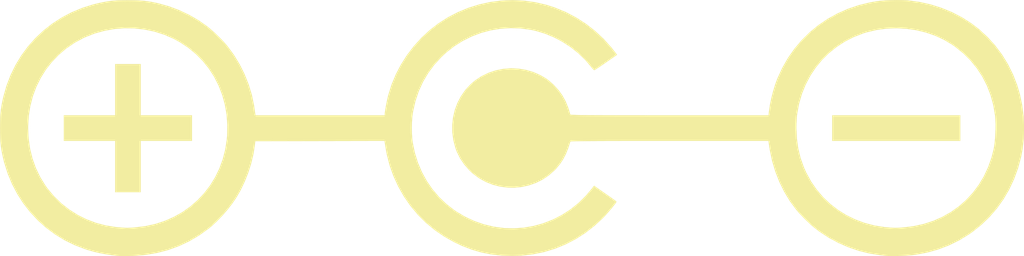
<source format=kicad_pcb>
(kicad_pcb (version 20240108) (generator pcbnew)
  (layers (0 "F.Cu" signal) (31 "B.Cu" signal) (34 "B.Paste" user) (35 "F.Paste" user) (36 "B.SilkS" user "B.Silkscreen") (37 "F.SilkS" user "F.Silkscreen") (38 "B.Mask" user) (39 "F.Mask" user) (44 "Edge.Cuts" user))
  (net 0 "")
  (footprint "Polarity_Center_Negative_20mm_SilkScreen" (layer "F.Cu") (at 0 0)
    (property "Reference" "REF**")
    (property "Value" "Polarity_Center_Negative_20mm_SilkScreen")
    (fp_poly (pts (xy 34.977049 0.999344) (xy 24.983606 0.999344) (xy 24.983606 -0.999344) (xy 34.977049 -0.999344) (xy 34.977049 0.999344)) (layer "F.SilkS") (stroke (width 0.01)) (fill solid))
    (fp_poly (pts (xy -28.939345 -0.999344) (xy -24.941968 -0.999344) (xy -24.941968 0.999344) (xy -28.939345 0.999344) (xy -28.939345 4.996721) (xy -30.938033 4.996721) (xy -30.938033 0.999344) (xy -34.93541 0.999344) (xy -34.93541 -0.999344) (xy -30.938033 -0.999344) (xy -30.938033 -4.996721) (xy -28.939345 -4.996721) (xy -28.939345 -0.999344)) (layer "F.SilkS") (stroke (width 0.01)) (fill solid))
    (fp_poly (pts (xy 30.382312 -9.982934) (xy 30.743815 -9.968995) (xy 30.920175 -9.955824) (xy 31.80825 -9.834813) (xy 32.679817 -9.638409) (xy 33.527432 -9.369642) (xy 34.34365 -9.031541) (xy 35.121027 -8.627135) (xy 35.852119 -8.159452) (xy 36.434426 -7.71207) (xy 37.093826 -7.107586) (xy 37.691353 -6.448729) (xy 38.224427 -5.739601) (xy 38.690467 -4.984309) (xy 39.086893 -4.186956) (xy 39.411125 -3.351647) (xy 39.620595 -2.644051) (xy 39.798628 -1.800408) (xy 39.908583 -0.933423) (xy 39.950158 -0.057864) (xy 39.923048 0.811499) (xy 39.826949 1.6599) (xy 39.720773 2.223029) (xy 39.483024 3.11299) (xy 39.173678 3.96441) (xy 38.794822 4.774187) (xy 38.348542 5.539219) (xy 37.836924 6.256405) (xy 37.262053 6.922643) (xy 36.626016 7.53483) (xy 35.930898 8.089866) (xy 35.637652 8.294596) (xy 34.870045 8.761072) (xy 34.068707 9.152213) (xy 33.231894 9.468682) (xy 32.357862 9.711145) (xy 31.509042 9.870958) (xy 31.295648 9.897148) (xy 31.03209 9.921188) (xy 30.736047 9.942283) (xy 30.425197 9.959638) (xy 30.11722 9.972456) (xy 29.829794 9.979941) (xy 29.580598 9.981298) (xy 29.387311 9.975731) (xy 29.314098 9.96976) (xy 29.210741 9.958377) (xy 29.050092 9.941111) (xy 28.857687 9.920696) (xy 28.731147 9.907393) (xy 27.908334 9.781399) (xy 27.08438 9.578099) (xy 26.271166 9.302443) (xy 25.480572 8.959379) (xy 24.72448 8.553857) (xy 24.014769 8.090826) (xy 23.588688 7.765213) (xy 23.316969 7.531467) (xy 23.019371 7.254068) (xy 22.718407 6.955449) (xy 22.436591 6.658037) (xy 22.196438 6.384262) (xy 22.168161 6.35) (xy 21.68204 5.693015) (xy 21.248532 4.977992) (xy 20.871803 4.214631) (xy 20.556019 3.41263) (xy 20.305348 2.58169) (xy 20.123955 1.73151) (xy 20.088789 1.509426) (xy 20.013821 0.999344) (xy 12.295767 0.999344) (xy 11.320465 0.999445) (xy 10.42543 0.999761) (xy 9.607648 1.000312) (xy 8.864109 1.001118) (xy 8.191801 1.0022) (xy 7.58771 1.003578) (xy 7.048825 1.005273) (xy 6.572135 1.007304) (xy 6.154626 1.009692) (xy 5.793288 1.012457) (xy 5.485107 1.015619) (xy 5.227072 1.019199) (xy 5.016171 1.023217) (xy 4.849391 1.027693) (xy 4.723721 1.032648) (xy 4.636149 1.038102) (xy 4.583662 1.044074) (xy 4.563248 1.050586) (xy 4.562814 1.051394) (xy 4.3949 1.577656) (xy 4.209231 2.036153) (xy 3.997588 2.441851) (xy 3.751757 2.809714) (xy 3.463519 3.15471) (xy 3.333155 3.291026) (xy 2.885195 3.686559) (xy 2.396963 4.014218) (xy 1.876058 4.273992) (xy 1.330079 4.465868) (xy 0.766625 4.589837) (xy 0.193295 4.645887) (xy -0.382311 4.634007) (xy -0.952595 4.554187) (xy -1.509958 4.406415) (xy -2.0468 4.190682) (xy -2.555523 3.906975) (xy -3.028528 3.555283) (xy -3.303021 3.300565) (xy -3.707068 2.842111) (xy -4.03429 2.358738) (xy -4.289245 1.843188) (xy -4.393052 1.565122) (xy -4.55395 0.96388) (xy -4.63748 0.358163) (xy -4.642177 0.014384) (xy 22.19377 0.014384) (xy 22.229143 0.819888) (xy 22.336559 1.589183) (xy 22.517966 2.331022) (xy 22.775314 3.054161) (xy 22.964181 3.476885) (xy 23.339661 4.164294) (xy 23.778847 4.800904) (xy 24.277341 5.383843) (xy 24.830741 5.910238) (xy 25.434649 6.377218) (xy 26.084665 6.781908) (xy 26.776389 7.121438) (xy 27.505422 7.392933) (xy 28.267364 7.593523) (xy 29.057815 7.720334) (xy 29.522295 7.758659) (xy 29.672452 7.767152) (xy 29.803622 7.775077) (xy 29.855409 7.778489) (xy 29.93453 7.778275) (xy 30.077784 7.772519) (xy 30.266278 7.762166) (xy 30.48112 7.748162) (xy 30.528776 7.744776) (xy 31.346234 7.646518) (xy 32.130632 7.473824) (xy 32.878575 7.229641) (xy 33.586666 6.916918) (xy 34.251509 6.538601) (xy 34.869708 6.097638) (xy 35.437866 5.596976) (xy 35.952587 5.039564) (xy 36.410475 4.428349) (xy 36.808134 3.766278) (xy 37.142166 3.056299) (xy 37.409177 2.30136) (xy 37.581447 1.623935) (xy 37.634182 1.31142) (xy 37.675773 0.939451) (xy 37.705296 0.531221) (xy 37.721823 0.109923) (xy 37.724429 -0.301247) (xy 37.712189 -0.679095) (xy 37.6857 -0.988238) (xy 37.5461 -1.803339) (xy 37.333075 -2.580775) (xy 37.047945 -3.318381) (xy 36.692027 -4.013994) (xy 36.266641 -4.665452) (xy 35.773103 -5.27059) (xy 35.212734 -5.827245) (xy 34.586851 -6.333253) (xy 34.310819 -6.526103) (xy 33.673963 -6.903232) (xy 32.992665 -7.215095) (xy 32.275537 -7.460618) (xy 31.531188 -7.63873) (xy 30.768227 -7.748359) (xy 29.995265 -7.788433) (xy 29.220912 -7.757879) (xy 28.453777 -7.655626) (xy 27.70247 -7.480601) (xy 27.398688 -7.386787) (xy 26.658832 -7.098562) (xy 25.963945 -6.74221) (xy 25.317167 -6.32162) (xy 24.721639 -5.840678) (xy 24.180505 -5.303271) (xy 23.696903 -4.713286) (xy 23.273977 -4.074609) (xy 22.914866 -3.391128) (xy 22.622713 -2.66673) (xy 22.400658 -1.905301) (xy 22.251844 -1.110729) (xy 22.23745 -1.000437) (xy 22.22176 -0.829282) (xy 22.208569 -0.60075) (xy 22.198993 -0.340732) (xy 22.194144 -0.075117) (xy 22.19377 0.014384) (xy -4.642177 0.014384) (xy -4.64572 -0.24486) (xy -4.58075 -0.838015) (xy -4.444649 -1.414131) (xy -4.239497 -1.966037) (xy -3.967373 -2.48656) (xy -3.630357 -2.968529) (xy -3.230527 -3.404773) (xy -2.860418 -3.72093) (xy -2.36015 -4.051429) (xy -1.82402 -4.311173) (xy -1.260427 -4.499954) (xy -0.677766 -4.617561) (xy -0.084436 -4.663783) (xy 0.511165 -4.638412) (xy 1.10064 -4.541237) (xy 1.675591 -4.372048) (xy 2.227621 -4.130634) (xy 2.685737 -3.859653) (xy 2.823243 -3.757575) (xy 2.993365 -3.617318) (xy 3.170647 -3.460393) (xy 3.278807 -3.35853) (xy 3.638883 -2.969168) (xy 3.941636 -2.551642) (xy 4.194117 -2.093291) (xy 4.403381 -1.581454) (xy 4.564071 -1.051393) (xy 4.580717 -1.044818) (xy 4.62907 -1.038784) (xy 4.712141 -1.033272) (xy 4.832943 -1.02826) (xy 4.994485 -1.023729) (xy 5.199781 -1.019658) (xy 5.45184 -1.016028) (xy 5.753675 -1.012817) (xy 6.108296 -1.010006) (xy 6.518716 -1.007574) (xy 6.987945 -1.005502) (xy 7.518995 -1.003768) (xy 8.114878 -1.002353) (xy 8.778605 -1.001236) (xy 9.513186 -1.000397) (xy 10.321635 -0.999816) (xy 11.206961 -0.999472) (xy 12.172176 -0.999346) (xy 12.299031 -0.999344) (xy 20.020347 -0.999344) (xy 20.048919 -1.25959) (xy 20.125237 -1.781759) (xy 20.240821 -2.342384) (xy 20.38794 -2.911166) (xy 20.558866 -3.457812) (xy 20.719899 -3.889306) (xy 21.098392 -4.709895) (xy 21.542955 -5.481949) (xy 22.050143 -6.202796) (xy 22.616513 -6.869764) (xy 23.238619 -7.480179) (xy 23.913019 -8.031368) (xy 24.636267 -8.520657) (xy 25.40492 -8.945375) (xy 26.215534 -9.302848) (xy 27.064664 -9.590404) (xy 27.948867 -9.805368) (xy 28.454962 -9.892587) (xy 28.77382 -9.929877) (xy 29.150761 -9.958192) (xy 29.561009 -9.976897) (xy 29.979785 -9.985356) (xy 30.382312 -9.982934)) (layer "F.SilkS") (stroke (width 0.01)) (fill solid))
    (fp_poly (pts (xy 0.941305 -9.938164) (xy 1.812783 -9.818582) (xy 2.672763 -9.620135) (xy 3.351967 -9.402821) (xy 4.199437 -9.052498) (xy 5.008341 -8.629395) (xy 5.774674 -8.136498) (xy 6.494429 -7.576795) (xy 7.163601 -6.953275) (xy 7.778185 -6.268924) (xy 8.091516 -5.867645) (xy 8.202298 -5.718404) (xy 7.339964 -5.118136) (xy 7.102478 -4.954119) (xy 6.886163 -4.807186) (xy 6.700763 -4.683759) (xy 6.556024 -4.590259) (xy 6.461694 -4.533107) (xy 6.428904 -4.517869) (xy 6.380884 -4.548971) (xy 6.302142 -4.630446) (xy 6.211249 -4.742695) (xy 5.738103 -5.305593) (xy 5.199829 -5.826279) (xy 4.60638 -6.298567) (xy 3.967711 -6.716274) (xy 3.293775 -7.073216) (xy 2.594526 -7.363208) (xy 1.879916 -7.580068) (xy 1.51567 -7.65996) (xy 0.71871 -7.770831) (xy -0.076171 -7.801118) (xy -0.863318 -7.752533) (xy -1.637074 -7.626788) (xy -2.391782 -7.425593) (xy -3.121784 -7.150662) (xy -3.821425 -6.803704) (xy -4.485048 -6.386433) (xy -5.106995 -5.900558) (xy -5.496842 -5.538218) (xy -6.045783 -4.935345) (xy -6.521605 -4.292761) (xy -6.924459 -3.610164) (xy -7.254499 -2.88725) (xy -7.511879 -2.123716) (xy -7.696752 -1.319258) (xy -7.72969 -1.124248) (xy -7.767262 -0.803435) (xy -7.7902 -0.427899) (xy -7.798495 -0.024387) (xy -7.792136 0.38036) (xy -7.771114 0.759598) (xy -7.735419 1.086581) (xy -7.730538 1.118578) (xy -7.563725 1.922287) (xy -7.323525 2.693245) (xy -7.012605 3.42723) (xy -6.633629 4.120019) (xy -6.189265 4.767391) (xy -5.682178 5.365122) (xy -5.115033 5.908992) (xy -4.490497 6.394777) (xy -4.330492 6.503493) (xy -3.635917 6.914444) (xy -2.912622 7.2497) (xy -2.166208 7.508496) (xy -1.402278 7.690062) (xy -0.626436 7.793633) (xy 0.155715 7.818442) (xy 0.938574 7.76372) (xy 1.716538 7.628702) (xy 2.433281 7.429561) (xy 3.187422 7.137513) (xy 3.902413 6.773444) (xy 4.57366 6.340538) (xy 5.196575 5.841976) (xy 5.766564 5.280944) (xy 6.109469 4.880572) (xy 6.418764 4.493767) (xy 6.613398 4.632945) (xy 6.709465 4.700885) (xy 6.859354 4.805969) (xy 7.048403 4.937959) (xy 7.261949 5.086617) (xy 7.484672 5.241251) (xy 7.691826 5.386118) (xy 7.873347 5.515434) (xy 8.018872 5.62162) (xy 8.118037 5.697096) (xy 8.160477 5.734281) (xy 8.161311 5.736142) (xy 8.134716 5.792621) (xy 8.061191 5.899116) (xy 7.95013 6.0443) (xy 7.810922 6.216845) (xy 7.65296 6.405421) (xy 7.485636 6.598701) (xy 7.318342 6.785356) (xy 7.160469 6.954057) (xy 7.101284 7.014759) (xy 6.426255 7.639642) (xy 5.70939 8.19336) (xy 4.953886 8.674576) (xy 4.162941 9.081953) (xy 3.339751 9.414155) (xy 2.487515 9.669842) (xy 1.60943 9.847678) (xy 0.708692 9.946327) (xy 0.041639 9.967569) (xy -0.807004 9.938145) (xy -1.609886 9.848078) (xy -2.381795 9.693901) (xy -3.137517 9.472148) (xy -3.891842 9.179352) (xy -4.46564 8.911011) (xy -5.255554 8.470052) (xy -5.997906 7.962039) (xy -6.688864 7.390773) (xy -7.324596 6.760054) (xy -7.901271 6.073686) (xy -8.415056 5.335468) (xy -8.861955 4.549528) (xy -9.236458 3.731862) (xy -9.531105 2.902156) (xy -9.749303 2.050025) (xy -9.836054 1.579928) (xy -9.929434 0.999013) (xy -14.968569 1.009589) (xy -20.007705 1.020164) (xy -20.03917 1.311639) (xy -20.148165 2.017319) (xy -20.321953 2.745351) (xy -20.55352 3.475912) (xy -20.83585 4.189179) (xy -21.161926 4.865331) (xy -21.505517 5.454754) (xy -21.829085 5.922638) (xy -22.199501 6.39568) (xy -22.60012 6.855268) (xy -23.014295 7.282788) (xy -23.425381 7.659628) (xy -23.621524 7.820835) (xy -24.367729 8.357403) (xy -25.146233 8.817221) (xy -25.956886 9.200236) (xy -26.799537 9.506396) (xy -27.674036 9.735647) (xy -28.580233 9.887936) (xy -29.517977 9.96321) (xy -29.709672 9.969026) (xy -29.964043 9.973551) (xy -30.201096 9.975703) (xy -30.403517 9.975482) (xy -30.553987 9.972887) (xy -30.625738 9.969061) (xy -31.190253 9.90566) (xy -31.692526 9.832829) (xy -32.153425 9.746424) (xy -32.593819 9.642298) (xy -33.034576 9.516305) (xy -33.249017 9.447955) (xy -34.078404 9.132791) (xy -34.867442 8.746736) (xy -35.612668 8.293561) (xy -36.310619 7.777037) (xy -36.957832 7.200937) (xy -37.550847 6.569033) (xy -38.086199 5.885096) (xy -38.560427 5.152898) (xy -38.970067 4.37621) (xy -39.311659 3.558806) (xy -39.581739 2.704456) (xy -39.636711 2.489509) (xy -39.72246 2.121261) (xy -39.788954 1.790768) (xy -39.838401 1.477893) (xy -39.873012 1.162498) (xy -39.894997 0.824445) (xy -39.906567 0.443598) (xy -39.909931 0) (xy -39.909773 -0.02082) (xy -37.725246 -0.02082) (xy -37.686541 0.80633) (xy -37.571164 1.607953) (xy -37.380226 2.380615) (xy -37.114835 3.120881) (xy -36.7761 3.825318) (xy -36.365131 4.490492) (xy -36.189666 4.733027) (xy -35.685837 5.332632) (xy -35.125802 5.873369) (xy -34.515086 6.352274) (xy -33.859214 6.76638) (xy -33.16371 7.11272) (xy -32.434098 7.388329) (xy -31.675902 7.59024) (xy -30.894647 7.715487) (xy -30.584099 7.742967) (xy -30.389387 7.756296) (xy -30.219232 7.767954) (xy -30.094692 7.776497) (xy -30.042787 7.780068) (xy -29.972103 7.779266) (xy -29.836226 7.773061) (xy -29.652996 7.762424) (xy -29.440256 7.748325) (xy -29.378887 7.743965) (xy -28.569359 7.646248) (xy -27.791915 7.474284) (xy -27.05002 7.231541) (xy -26.347139 6.921485) (xy -25.686738 6.547583) (xy -25.072282 6.113301) (xy -24.507237 5.622105) (xy -23.995068 5.077464) (xy -23.53924 4.482842) (xy -23.14322 3.841708) (xy -22.810473 3.157527) (xy -22.544463 2.433766) (xy -22.348657 1.673892) (xy -22.22652 0.881371) (xy -22.199468 0.562131) (xy -22.184004 -0.262536) (xy -22.245226 -1.066516) (xy -22.380844 -1.845685) (xy -22.588569 -2.595918) (xy -22.866112 -3.313092) (xy -23.211185 -3.993081) (xy -23.621497 -4.63176) (xy -24.094759 -5.225007) (xy -24.628683 -5.768695) (xy -25.220979 -6.258701) (xy -25.869357 -6.6909) (xy -26.379395 -6.968838) (xy -27.104154 -7.283436) (xy -27.857079 -7.522788) (xy -28.630539 -7.686844) (xy -29.416908 -7.775551) (xy -30.208554 -7.788859) (xy -30.99785 -7.726715) (xy -31.777166 -7.589069) (xy -32.538874 -7.375868) (xy -33.275344 -7.087062) (xy -33.426931 -7.016395) (xy -34.121057 -6.638686) (xy -34.762111 -6.198913) (xy -35.347556 -5.701208) (xy -35.874852 -5.149702) (xy -36.341462 -4.548525) (xy -36.744848 -3.90181) (xy -37.08247 -3.213687) (xy -37.35179 -2.488288) (xy -37.550271 -1.729743) (xy -37.675374 -0.942184) (xy -37.72456 -0.129742) (xy -37.725246 -0.02082) (xy -39.909773 -0.02082) (xy -39.906561 -0.443194) (xy -39.89503 -0.823613) (xy -39.873209 -1.161543) (xy -39.838969 -1.477269) (xy -39.790178 -1.791076) (xy -39.724709 -2.123251) (xy -39.654188 -2.435902) (xy -39.408713 -3.303164) (xy -39.090593 -4.13315) (xy -38.703252 -4.922474) (xy -38.250116 -5.667748) (xy -37.734611 -6.365587) (xy -37.160161 -7.012604) (xy -36.530193 -7.605412) (xy -35.848132 -8.140626) (xy -35.117403 -8.614857) (xy -34.341431 -9.024721) (xy -33.523642 -9.366831) (xy -32.667461 -9.6378) (xy -32.270492 -9.735641) (xy -31.928346 -9.809599) (xy -31.625523 -9.86684) (xy -31.342293 -9.909343) (xy -31.058925 -9.939085) (xy -30.755688 -9.958045) (xy -30.412851 -9.968203) (xy -30.010684 -9.971535) (xy -29.917869 -9.971554) (xy -29.471848 -9.967514) (xy -29.08809 -9.954748) (xy -28.745838 -9.931067) (xy -28.424332 -9.89428) (xy -28.102814 -9.842195) (xy -27.760526 -9.772621) (xy -27.526127 -9.719118) (xy -26.713088 -9.488842) (xy -25.912412 -9.186344) (xy -25.138755 -8.818547) (xy -24.406774 -8.392375) (xy -23.769794 -7.944722) (xy -23.466794 -7.69658) (xy -23.140691 -7.404174) (xy -22.813082 -7.088518) (xy -22.505561 -6.770627) (xy -22.239723 -6.471517) (xy -22.173795 -6.391639) (xy -21.673352 -5.711422) (xy -21.228575 -4.980886) (xy -20.844518 -4.211688) (xy -20.526234 -3.415484) (xy -20.278777 -2.603929) (xy -20.1072 -1.788682) (xy -20.070686 -1.540656) (xy -20.04685 -1.366163) (xy -20.024659 -1.214109) (xy -20.007975 -1.110659) (xy -20.004624 -1.093033) (xy -19.985299 -0.999344) (xy -9.910164 -0.999344) (xy -9.910164 -1.098049) (xy -9.901405 -1.205577) (xy -9.877415 -1.375769) (xy -9.841626 -1.590129) (xy -9.797468 -1.830158) (xy -9.748373 -2.077362) (xy -9.697771 -2.313242) (xy -9.649094 -2.519303) (xy -9.639739 -2.555894) (xy -9.383686 -3.378618) (xy -9.050307 -4.18139) (xy -8.64456 -4.957088) (xy -8.171402 -5.698591) (xy -7.635791 -6.398775) (xy -7.042687 -7.050519) (xy -6.397046 -7.646702) (xy -5.743916 -8.152035) (xy -4.990611 -8.634469) (xy -4.202103 -9.04446) (xy -3.384229 -9.381206) (xy -2.542828 -9.643904) (xy -1.683736 -9.831752) (xy -0.812792 -9.943946) (xy 0.064168 -9.979684) (xy 0.941305 -9.938164)) (layer "F.SilkS") (stroke (width 0.01)) (fill solid))
  )
)
</source>
